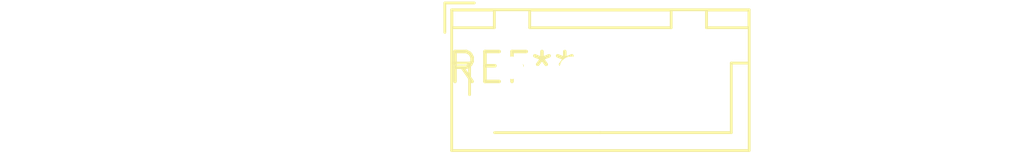
<source format=kicad_pcb>
(kicad_pcb (version 20240108) (generator pcbnew)
  (layers (0 "F.Cu" signal) (31 "B.Cu" signal) (34 "B.Paste" user) (35 "F.Paste" user) (36 "B.SilkS" user "B.Silkscreen") (37 "F.SilkS" user "F.Silkscreen") (38 "B.Mask" user) (39 "F.Mask" user) (44 "Edge.Cuts" user))
  (net 0 "")
  (footprint "JST_XH_B4B-XH-AM_1x04_P2.50mm_Vertical" (layer "F.Cu") (at 0 0)
    (property "Reference" "REF**")
    (property "Value" "JST_XH_B4B-XH-AM_1x04_P2.50mm_Vertical")
    (fp_line (start -2.85 -2.75) (end -2.85 -1.5) (layer "F.SilkS") (stroke (width 0.12)))
    (fp_line (start -2.56 -2.46) (end -2.56 3.51) (layer "F.SilkS") (stroke (width 0.12)))
    (fp_line (start -2.56 3.51) (end 10.06 3.51) (layer "F.SilkS") (stroke (width 0.12)))
    (fp_line (start -2.55 -2.45) (end -2.55 -1.7) (layer "F.SilkS") (stroke (width 0.12)))
    (fp_line (start -2.55 -1.7) (end -0.75 -1.7) (layer "F.SilkS") (stroke (width 0.12)))
    (fp_line (start -2.55 -0.2) (end -1.8 -0.2) (layer "F.SilkS") (stroke (width 0.12)))
    (fp_line (start -1.8 -0.2) (end -1.8 1.14) (layer "F.SilkS") (stroke (width 0.12)))
    (fp_line (start -1.6 -2.75) (end -2.85 -2.75) (layer "F.SilkS") (stroke (width 0.12)))
    (fp_line (start -0.75 -2.45) (end -2.55 -2.45) (layer "F.SilkS") (stroke (width 0.12)))
    (fp_line (start -0.75 -1.7) (end -0.75 -2.45) (layer "F.SilkS") (stroke (width 0.12)))
    (fp_line (start 0.75 -2.45) (end 0.75 -1.7) (layer "F.SilkS") (stroke (width 0.12)))
    (fp_line (start 0.75 -1.7) (end 6.75 -1.7) (layer "F.SilkS") (stroke (width 0.12)))
    (fp_line (start 3.75 2.75) (end -0.74 2.75) (layer "F.SilkS") (stroke (width 0.12)))
    (fp_line (start 6.75 -2.45) (end 0.75 -2.45) (layer "F.SilkS") (stroke (width 0.12)))
    (fp_line (start 6.75 -1.7) (end 6.75 -2.45) (layer "F.SilkS") (stroke (width 0.12)))
    (fp_line (start 8.25 -2.45) (end 8.25 -1.7) (layer "F.SilkS") (stroke (width 0.12)))
    (fp_line (start 8.25 -1.7) (end 10.05 -1.7) (layer "F.SilkS") (stroke (width 0.12)))
    (fp_line (start 9.3 -0.2) (end 9.3 2.75) (layer "F.SilkS") (stroke (width 0.12)))
    (fp_line (start 9.3 2.75) (end 3.75 2.75) (layer "F.SilkS") (stroke (width 0.12)))
    (fp_line (start 10.05 -2.45) (end 8.25 -2.45) (layer "F.SilkS") (stroke (width 0.12)))
    (fp_line (start 10.05 -1.7) (end 10.05 -2.45) (layer "F.SilkS") (stroke (width 0.12)))
    (fp_line (start 10.05 -0.2) (end 9.3 -0.2) (layer "F.SilkS") (stroke (width 0.12)))
    (fp_line (start 10.06 -2.46) (end -2.56 -2.46) (layer "F.SilkS") (stroke (width 0.12)))
    (fp_line (start 10.06 3.51) (end 10.06 -2.46) (layer "F.SilkS") (stroke (width 0.12)))
    (pad "" np_thru_hole circle (at -1.6 2) (size 1.2 1.2) (drill 1.2) (layers *.Cu *.Mask))
    (pad "1" thru_hole roundrect (at 0 0) (size 1.7 1.95) (drill 0.95) (layers *.Cu *.Mask) (remove_unused_layers) (roundrect_rratio 0.147059))
    (pad "2" thru_hole oval (at 2.5 0) (size 1.7 1.95) (drill 0.95) (layers *.Cu *.Mask) (remove_unused_layers))
    (pad "3" thru_hole oval (at 5 0) (size 1.7 1.95) (drill 0.95) (layers *.Cu *.Mask) (remove_unused_layers))
    (pad "4" thru_hole oval (at 7.5 0) (size 1.7 1.95) (drill 0.95) (layers *.Cu *.Mask) (remove_unused_layers))
  )
)
</source>
